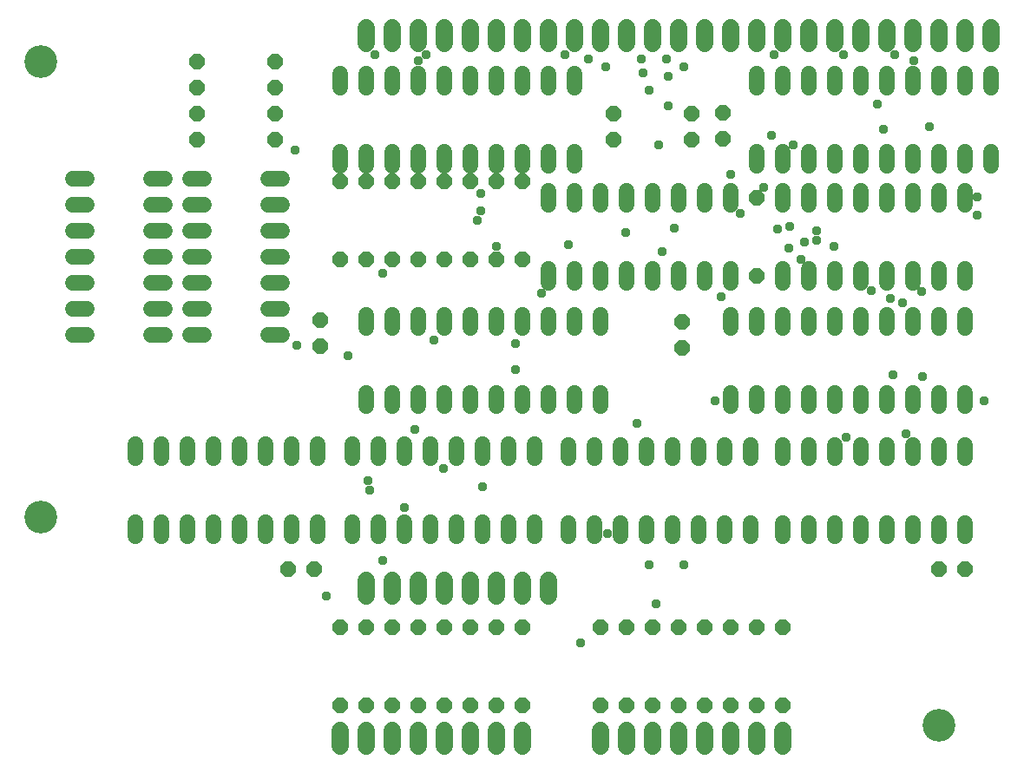
<source format=gbr>
G04 EAGLE Gerber RS-274X export*
G75*
%MOMM*%
%FSLAX34Y34*%
%LPD*%
%INSoldermask Bottom*%
%IPPOS*%
%AMOC8*
5,1,8,0,0,1.08239X$1,22.5*%
G01*
%ADD10C,1.524000*%
%ADD11C,1.727200*%
%ADD12P,1.649562X8X292.500000*%
%ADD13P,1.649562X8X202.500000*%
%ADD14C,3.203200*%
%ADD15C,0.959600*%


D10*
X342900Y647446D02*
X342900Y660654D01*
X368300Y660654D02*
X368300Y647446D01*
X495300Y647446D02*
X495300Y660654D01*
X520700Y660654D02*
X520700Y647446D01*
X393700Y647446D02*
X393700Y660654D01*
X419100Y660654D02*
X419100Y647446D01*
X469900Y647446D02*
X469900Y660654D01*
X444500Y660654D02*
X444500Y647446D01*
X546100Y647446D02*
X546100Y660654D01*
X571500Y660654D02*
X571500Y647446D01*
X571500Y723646D02*
X571500Y736854D01*
X546100Y736854D02*
X546100Y723646D01*
X520700Y723646D02*
X520700Y736854D01*
X495300Y736854D02*
X495300Y723646D01*
X469900Y723646D02*
X469900Y736854D01*
X444500Y736854D02*
X444500Y723646D01*
X419100Y723646D02*
X419100Y736854D01*
X393700Y736854D02*
X393700Y723646D01*
X368300Y723646D02*
X368300Y736854D01*
X342900Y736854D02*
X342900Y723646D01*
X749300Y660654D02*
X749300Y647446D01*
X774700Y647446D02*
X774700Y660654D01*
X901700Y660654D02*
X901700Y647446D01*
X927100Y647446D02*
X927100Y660654D01*
X800100Y660654D02*
X800100Y647446D01*
X825500Y647446D02*
X825500Y660654D01*
X876300Y660654D02*
X876300Y647446D01*
X850900Y647446D02*
X850900Y660654D01*
X952500Y660654D02*
X952500Y647446D01*
X977900Y647446D02*
X977900Y660654D01*
X977900Y723646D02*
X977900Y736854D01*
X952500Y736854D02*
X952500Y723646D01*
X927100Y723646D02*
X927100Y736854D01*
X901700Y736854D02*
X901700Y723646D01*
X876300Y723646D02*
X876300Y736854D01*
X850900Y736854D02*
X850900Y723646D01*
X825500Y723646D02*
X825500Y736854D01*
X800100Y736854D02*
X800100Y723646D01*
X774700Y723646D02*
X774700Y736854D01*
X749300Y736854D02*
X749300Y723646D01*
D11*
X546100Y767080D02*
X546100Y782320D01*
X520700Y782320D02*
X520700Y767080D01*
X495300Y767080D02*
X495300Y782320D01*
X469900Y782320D02*
X469900Y767080D01*
X444500Y767080D02*
X444500Y782320D01*
X419100Y782320D02*
X419100Y767080D01*
X393700Y767080D02*
X393700Y782320D01*
X368300Y782320D02*
X368300Y767080D01*
X749300Y767080D02*
X749300Y782320D01*
X723900Y782320D02*
X723900Y767080D01*
X698500Y767080D02*
X698500Y782320D01*
X673100Y782320D02*
X673100Y767080D01*
X647700Y767080D02*
X647700Y782320D01*
X622300Y782320D02*
X622300Y767080D01*
X596900Y767080D02*
X596900Y782320D01*
X571500Y782320D02*
X571500Y767080D01*
X596900Y96520D02*
X596900Y81280D01*
X622300Y81280D02*
X622300Y96520D01*
X647700Y96520D02*
X647700Y81280D01*
X673100Y81280D02*
X673100Y96520D01*
X698500Y96520D02*
X698500Y81280D01*
X723900Y81280D02*
X723900Y96520D01*
X749300Y96520D02*
X749300Y81280D01*
X774700Y81280D02*
X774700Y96520D01*
D12*
X342900Y196850D03*
X342900Y120650D03*
X368300Y196850D03*
X368300Y120650D03*
X393700Y196850D03*
X393700Y120650D03*
X419100Y196850D03*
X419100Y120650D03*
X444500Y196850D03*
X444500Y120650D03*
X469900Y196850D03*
X469900Y120650D03*
X495300Y196850D03*
X495300Y120650D03*
X520700Y196850D03*
X520700Y120650D03*
X596900Y196850D03*
X596900Y120650D03*
X622300Y196850D03*
X622300Y120650D03*
X647700Y196850D03*
X647700Y120650D03*
X673100Y196850D03*
X673100Y120650D03*
X698500Y196850D03*
X698500Y120650D03*
X723900Y196850D03*
X723900Y120650D03*
X749300Y196850D03*
X749300Y120650D03*
X774700Y196850D03*
X774700Y120650D03*
D11*
X342900Y96520D02*
X342900Y81280D01*
X368300Y81280D02*
X368300Y96520D01*
X393700Y96520D02*
X393700Y81280D01*
X419100Y81280D02*
X419100Y96520D01*
X444500Y96520D02*
X444500Y81280D01*
X469900Y81280D02*
X469900Y96520D01*
X495300Y96520D02*
X495300Y81280D01*
X520700Y81280D02*
X520700Y96520D01*
D10*
X321056Y361950D02*
X321056Y375158D01*
X295656Y375158D02*
X295656Y361950D01*
X168656Y361950D02*
X168656Y375158D01*
X143256Y375158D02*
X143256Y361950D01*
X270256Y361950D02*
X270256Y375158D01*
X244856Y375158D02*
X244856Y361950D01*
X194056Y361950D02*
X194056Y375158D01*
X219456Y375158D02*
X219456Y361950D01*
X143256Y298958D02*
X143256Y285750D01*
X168656Y285750D02*
X168656Y298958D01*
X194056Y298958D02*
X194056Y285750D01*
X219456Y285750D02*
X219456Y298958D01*
X244856Y298958D02*
X244856Y285750D01*
X270256Y285750D02*
X270256Y298958D01*
X295656Y298958D02*
X295656Y285750D01*
X321056Y285750D02*
X321056Y298958D01*
X532892Y361950D02*
X532892Y375158D01*
X507492Y375158D02*
X507492Y361950D01*
X380492Y361950D02*
X380492Y375158D01*
X355092Y375158D02*
X355092Y361950D01*
X482092Y361950D02*
X482092Y375158D01*
X456692Y375158D02*
X456692Y361950D01*
X405892Y361950D02*
X405892Y375158D01*
X431292Y375158D02*
X431292Y361950D01*
X355092Y298958D02*
X355092Y285750D01*
X380492Y285750D02*
X380492Y298958D01*
X405892Y298958D02*
X405892Y285750D01*
X431292Y285750D02*
X431292Y298958D01*
X456692Y298958D02*
X456692Y285750D01*
X482092Y285750D02*
X482092Y298958D01*
X507492Y298958D02*
X507492Y285750D01*
X532892Y285750D02*
X532892Y298958D01*
X742950Y361696D02*
X742950Y374904D01*
X717550Y374904D02*
X717550Y361696D01*
X590550Y361696D02*
X590550Y374904D01*
X565150Y374904D02*
X565150Y361696D01*
X692150Y361696D02*
X692150Y374904D01*
X666750Y374904D02*
X666750Y361696D01*
X615950Y361696D02*
X615950Y374904D01*
X641350Y374904D02*
X641350Y361696D01*
X565150Y298704D02*
X565150Y285496D01*
X590550Y285496D02*
X590550Y298704D01*
X615950Y298704D02*
X615950Y285496D01*
X641350Y285496D02*
X641350Y298704D01*
X666750Y298704D02*
X666750Y285496D01*
X692150Y285496D02*
X692150Y298704D01*
X717550Y298704D02*
X717550Y285496D01*
X742950Y285496D02*
X742950Y298704D01*
X952500Y361696D02*
X952500Y374904D01*
X927100Y374904D02*
X927100Y361696D01*
X800100Y361696D02*
X800100Y374904D01*
X774700Y374904D02*
X774700Y361696D01*
X901700Y361696D02*
X901700Y374904D01*
X876300Y374904D02*
X876300Y361696D01*
X825500Y361696D02*
X825500Y374904D01*
X850900Y374904D02*
X850900Y361696D01*
X774700Y298704D02*
X774700Y285496D01*
X800100Y285496D02*
X800100Y298704D01*
X825500Y298704D02*
X825500Y285496D01*
X850900Y285496D02*
X850900Y298704D01*
X876300Y298704D02*
X876300Y285496D01*
X901700Y285496D02*
X901700Y298704D01*
X927100Y298704D02*
X927100Y285496D01*
X952500Y285496D02*
X952500Y298704D01*
X368300Y412496D02*
X368300Y425704D01*
X393700Y425704D02*
X393700Y412496D01*
X520700Y412496D02*
X520700Y425704D01*
X546100Y425704D02*
X546100Y412496D01*
X419100Y412496D02*
X419100Y425704D01*
X444500Y425704D02*
X444500Y412496D01*
X495300Y412496D02*
X495300Y425704D01*
X469900Y425704D02*
X469900Y412496D01*
X571500Y412496D02*
X571500Y425704D01*
X596900Y425704D02*
X596900Y412496D01*
X596900Y488696D02*
X596900Y501904D01*
X571500Y501904D02*
X571500Y488696D01*
X546100Y488696D02*
X546100Y501904D01*
X520700Y501904D02*
X520700Y488696D01*
X495300Y488696D02*
X495300Y501904D01*
X469900Y501904D02*
X469900Y488696D01*
X444500Y488696D02*
X444500Y501904D01*
X419100Y501904D02*
X419100Y488696D01*
X393700Y488696D02*
X393700Y501904D01*
X368300Y501904D02*
X368300Y488696D01*
X723900Y425704D02*
X723900Y412496D01*
X749300Y412496D02*
X749300Y425704D01*
X876300Y425704D02*
X876300Y412496D01*
X901700Y412496D02*
X901700Y425704D01*
X774700Y425704D02*
X774700Y412496D01*
X800100Y412496D02*
X800100Y425704D01*
X850900Y425704D02*
X850900Y412496D01*
X825500Y412496D02*
X825500Y425704D01*
X927100Y425704D02*
X927100Y412496D01*
X952500Y412496D02*
X952500Y425704D01*
X952500Y488696D02*
X952500Y501904D01*
X927100Y501904D02*
X927100Y488696D01*
X901700Y488696D02*
X901700Y501904D01*
X876300Y501904D02*
X876300Y488696D01*
X850900Y488696D02*
X850900Y501904D01*
X825500Y501904D02*
X825500Y488696D01*
X800100Y488696D02*
X800100Y501904D01*
X774700Y501904D02*
X774700Y488696D01*
X749300Y488696D02*
X749300Y501904D01*
X723900Y501904D02*
X723900Y488696D01*
X546100Y609346D02*
X546100Y622554D01*
X546100Y546354D02*
X546100Y533146D01*
X571500Y609346D02*
X571500Y622554D01*
X571500Y546354D02*
X571500Y533146D01*
X596900Y609346D02*
X596900Y622554D01*
X596900Y546354D02*
X596900Y533146D01*
X622300Y609346D02*
X622300Y622554D01*
X622300Y546354D02*
X622300Y533146D01*
X647700Y609346D02*
X647700Y622554D01*
X647700Y546354D02*
X647700Y533146D01*
X673100Y609346D02*
X673100Y622554D01*
X673100Y546354D02*
X673100Y533146D01*
X698500Y609346D02*
X698500Y622554D01*
X698500Y546354D02*
X698500Y533146D01*
X723900Y609346D02*
X723900Y622554D01*
X723900Y546354D02*
X723900Y533146D01*
X774700Y609346D02*
X774700Y622554D01*
X774700Y546354D02*
X774700Y533146D01*
X800100Y609346D02*
X800100Y622554D01*
X800100Y546354D02*
X800100Y533146D01*
X825500Y609346D02*
X825500Y622554D01*
X825500Y546354D02*
X825500Y533146D01*
X850900Y609346D02*
X850900Y622554D01*
X850900Y546354D02*
X850900Y533146D01*
X876300Y609346D02*
X876300Y622554D01*
X876300Y546354D02*
X876300Y533146D01*
X901700Y609346D02*
X901700Y622554D01*
X901700Y546354D02*
X901700Y533146D01*
X927100Y609346D02*
X927100Y622554D01*
X927100Y546354D02*
X927100Y533146D01*
X952500Y609346D02*
X952500Y622554D01*
X952500Y546354D02*
X952500Y533146D01*
D12*
X749300Y615950D03*
X749300Y539750D03*
D11*
X774700Y767080D02*
X774700Y782320D01*
X800100Y782320D02*
X800100Y767080D01*
X825500Y767080D02*
X825500Y782320D01*
X850900Y782320D02*
X850900Y767080D01*
X876300Y767080D02*
X876300Y782320D01*
X901700Y782320D02*
X901700Y767080D01*
X927100Y767080D02*
X927100Y782320D01*
D10*
X286004Y482600D02*
X272796Y482600D01*
X272796Y508000D02*
X286004Y508000D01*
X286004Y635000D02*
X272796Y635000D01*
X209804Y635000D02*
X196596Y635000D01*
X272796Y533400D02*
X286004Y533400D01*
X286004Y558800D02*
X272796Y558800D01*
X272796Y609600D02*
X286004Y609600D01*
X286004Y584200D02*
X272796Y584200D01*
X209804Y609600D02*
X196596Y609600D01*
X196596Y584200D02*
X209804Y584200D01*
X209804Y558800D02*
X196596Y558800D01*
X196596Y533400D02*
X209804Y533400D01*
X209804Y508000D02*
X196596Y508000D01*
X196596Y482600D02*
X209804Y482600D01*
X171704Y482600D02*
X158496Y482600D01*
X158496Y508000D02*
X171704Y508000D01*
X171704Y635000D02*
X158496Y635000D01*
X95504Y635000D02*
X82296Y635000D01*
X158496Y533400D02*
X171704Y533400D01*
X171704Y558800D02*
X158496Y558800D01*
X158496Y609600D02*
X171704Y609600D01*
X171704Y584200D02*
X158496Y584200D01*
X95504Y609600D02*
X82296Y609600D01*
X82296Y584200D02*
X95504Y584200D01*
X95504Y558800D02*
X82296Y558800D01*
X82296Y533400D02*
X95504Y533400D01*
X95504Y508000D02*
X82296Y508000D01*
X82296Y482600D02*
X95504Y482600D01*
D13*
X685800Y673100D03*
X609600Y673100D03*
X685800Y698500D03*
X609600Y698500D03*
X279400Y673100D03*
X203200Y673100D03*
X279400Y698500D03*
X203200Y698500D03*
X279400Y723900D03*
X203200Y723900D03*
X279400Y749300D03*
X203200Y749300D03*
D11*
X368300Y242570D02*
X368300Y227330D01*
X393700Y227330D02*
X393700Y242570D01*
X419100Y242570D02*
X419100Y227330D01*
X444500Y227330D02*
X444500Y242570D01*
X469900Y242570D02*
X469900Y227330D01*
X495300Y227330D02*
X495300Y242570D01*
X520700Y242570D02*
X520700Y227330D01*
X546100Y227330D02*
X546100Y242570D01*
X952500Y767080D02*
X952500Y782320D01*
X977900Y782320D02*
X977900Y767080D01*
D12*
X520700Y631825D03*
X520700Y555625D03*
X495300Y631825D03*
X495300Y555625D03*
X469900Y631825D03*
X469900Y555625D03*
X444500Y631825D03*
X444500Y555625D03*
X419100Y631825D03*
X419100Y555625D03*
X393700Y631825D03*
X393700Y555625D03*
X368300Y631825D03*
X368300Y555625D03*
X342900Y631825D03*
X342900Y555625D03*
D13*
X317500Y254000D03*
X292100Y254000D03*
D12*
X676402Y495046D03*
X676402Y469646D03*
X716280Y699262D03*
X716280Y673862D03*
X323342Y496316D03*
X323342Y470916D03*
D13*
X952500Y254000D03*
X927100Y254000D03*
D14*
X927100Y101600D03*
X50800Y749300D03*
X50800Y304800D03*
D15*
X480060Y620268D03*
X807720Y574548D03*
X755904Y626364D03*
X603504Y288036D03*
X480060Y603504D03*
X384048Y262128D03*
X565404Y569976D03*
X350520Y461772D03*
X416052Y390144D03*
X621792Y582168D03*
X495300Y568452D03*
X481584Y333756D03*
X669036Y586740D03*
X539496Y522732D03*
X298704Y662940D03*
X873252Y682752D03*
X911352Y441960D03*
X371856Y330708D03*
X650748Y219456D03*
X861060Y525780D03*
X836676Y382524D03*
X708660Y417576D03*
X733044Y600456D03*
X723900Y638556D03*
X763524Y676656D03*
X891540Y513588D03*
X867156Y707136D03*
X970788Y417576D03*
X644652Y257556D03*
X678180Y257556D03*
X370332Y339852D03*
X894588Y385572D03*
X513588Y448056D03*
X513588Y473964D03*
X784860Y667512D03*
X644652Y720852D03*
X662940Y705612D03*
X781812Y588264D03*
X917448Y685800D03*
X909828Y524256D03*
X792480Y556260D03*
X780288Y566928D03*
X769620Y585216D03*
X807720Y583692D03*
X638556Y737616D03*
X656844Y563880D03*
X882396Y443484D03*
X879348Y518160D03*
X678180Y743712D03*
X405384Y313944D03*
X443484Y352044D03*
X795528Y573024D03*
X577596Y181356D03*
X329184Y227076D03*
X662940Y734568D03*
X601980Y743712D03*
X562356Y755904D03*
X426720Y755904D03*
X376428Y755904D03*
X384048Y542544D03*
X419100Y749808D03*
X585216Y751332D03*
X637032Y751332D03*
X661416Y751332D03*
X300228Y472440D03*
X434340Y477012D03*
X477012Y594360D03*
X902208Y749808D03*
X883920Y755904D03*
X833628Y755904D03*
X766572Y755904D03*
X632460Y396240D03*
X653796Y667512D03*
X964692Y617220D03*
X964692Y598932D03*
X824484Y568452D03*
X714756Y519684D03*
M02*

</source>
